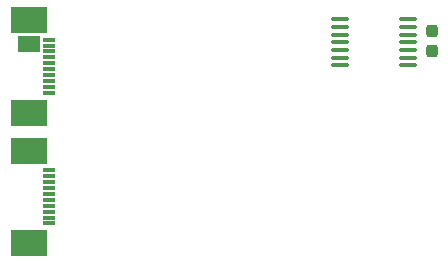
<source format=gbp>
G04 #@! TF.GenerationSoftware,KiCad,Pcbnew,(6.0.1)*
G04 #@! TF.CreationDate,2022-09-26T11:52:35-04:00*
G04 #@! TF.ProjectId,consolizer,636f6e73-6f6c-4697-9a65-722e6b696361,rev?*
G04 #@! TF.SameCoordinates,Original*
G04 #@! TF.FileFunction,Paste,Bot*
G04 #@! TF.FilePolarity,Positive*
%FSLAX46Y46*%
G04 Gerber Fmt 4.6, Leading zero omitted, Abs format (unit mm)*
G04 Created by KiCad (PCBNEW (6.0.1)) date 2022-09-26 11:52:35*
%MOMM*%
%LPD*%
G01*
G04 APERTURE LIST*
G04 Aperture macros list*
%AMRoundRect*
0 Rectangle with rounded corners*
0 $1 Rounding radius*
0 $2 $3 $4 $5 $6 $7 $8 $9 X,Y pos of 4 corners*
0 Add a 4 corners polygon primitive as box body*
4,1,4,$2,$3,$4,$5,$6,$7,$8,$9,$2,$3,0*
0 Add four circle primitives for the rounded corners*
1,1,$1+$1,$2,$3*
1,1,$1+$1,$4,$5*
1,1,$1+$1,$6,$7*
1,1,$1+$1,$8,$9*
0 Add four rect primitives between the rounded corners*
20,1,$1+$1,$2,$3,$4,$5,0*
20,1,$1+$1,$4,$5,$6,$7,0*
20,1,$1+$1,$6,$7,$8,$9,0*
20,1,$1+$1,$8,$9,$2,$3,0*%
G04 Aperture macros list end*
%ADD10RoundRect,0.237500X-0.237500X0.287500X-0.237500X-0.287500X0.237500X-0.287500X0.237500X0.287500X0*%
%ADD11R,1.100000X0.300000*%
%ADD12R,1.987500X1.362500*%
%ADD13R,3.100000X2.300000*%
%ADD14RoundRect,0.100000X-0.637500X-0.100000X0.637500X-0.100000X0.637500X0.100000X-0.637500X0.100000X0*%
G04 APERTURE END LIST*
D10*
X198100000Y-82900000D03*
X198100000Y-84650000D03*
D11*
X165700000Y-88170000D03*
X165700000Y-87670000D03*
X165700000Y-87170000D03*
X165700000Y-86670000D03*
X165700000Y-86170000D03*
X165700000Y-85670000D03*
X165700000Y-85170000D03*
X165700000Y-84670000D03*
X165700000Y-84170000D03*
X165700000Y-83670000D03*
D12*
X163975000Y-84070000D03*
D13*
X164000000Y-82000000D03*
X164000000Y-89840000D03*
D11*
X165700000Y-99230000D03*
X165700000Y-98730000D03*
X165700000Y-98230000D03*
X165700000Y-97730000D03*
X165700000Y-97230000D03*
X165700000Y-96730000D03*
X165700000Y-96230000D03*
X165700000Y-95730000D03*
X165700000Y-95230000D03*
X165700000Y-94730000D03*
D13*
X164000000Y-100900000D03*
X164000000Y-93060000D03*
D14*
X190337500Y-85850000D03*
X190337500Y-85200000D03*
X190337500Y-84550000D03*
X190337500Y-83900000D03*
X190337500Y-83250000D03*
X190337500Y-82600000D03*
X190337500Y-81950000D03*
X196062500Y-81950000D03*
X196062500Y-82600000D03*
X196062500Y-83250000D03*
X196062500Y-83900000D03*
X196062500Y-84550000D03*
X196062500Y-85200000D03*
X196062500Y-85850000D03*
M02*

</source>
